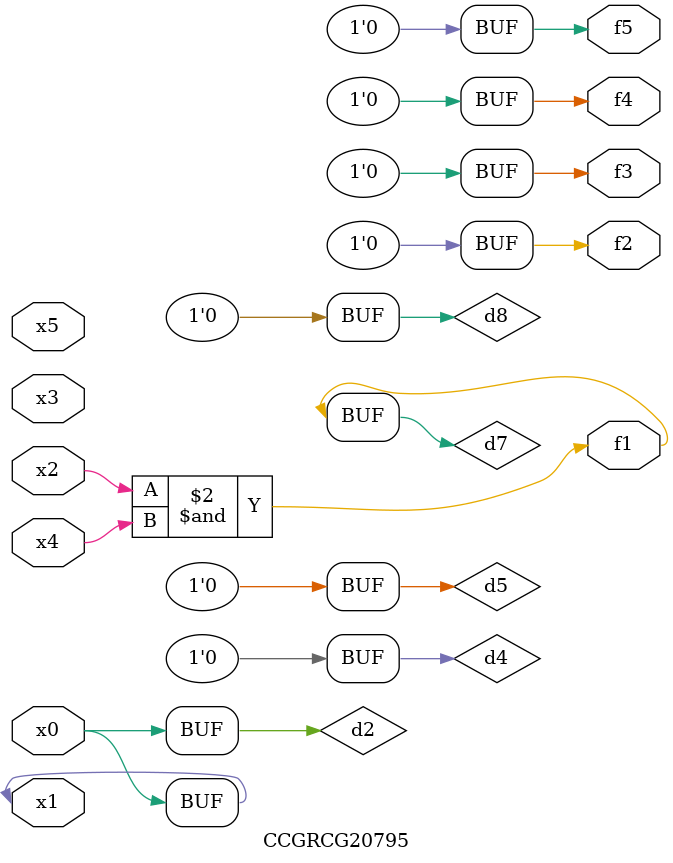
<source format=v>
module CCGRCG20795(
	input x0, x1, x2, x3, x4, x5,
	output f1, f2, f3, f4, f5
);

	wire d1, d2, d3, d4, d5, d6, d7, d8, d9;

	nand (d1, x1);
	buf (d2, x0, x1);
	nand (d3, x2, x4);
	and (d4, d1, d2);
	and (d5, d1, d2);
	nand (d6, d1, d3);
	not (d7, d3);
	xor (d8, d5);
	nor (d9, d5, d6);
	assign f1 = d7;
	assign f2 = d8;
	assign f3 = d8;
	assign f4 = d8;
	assign f5 = d8;
endmodule

</source>
